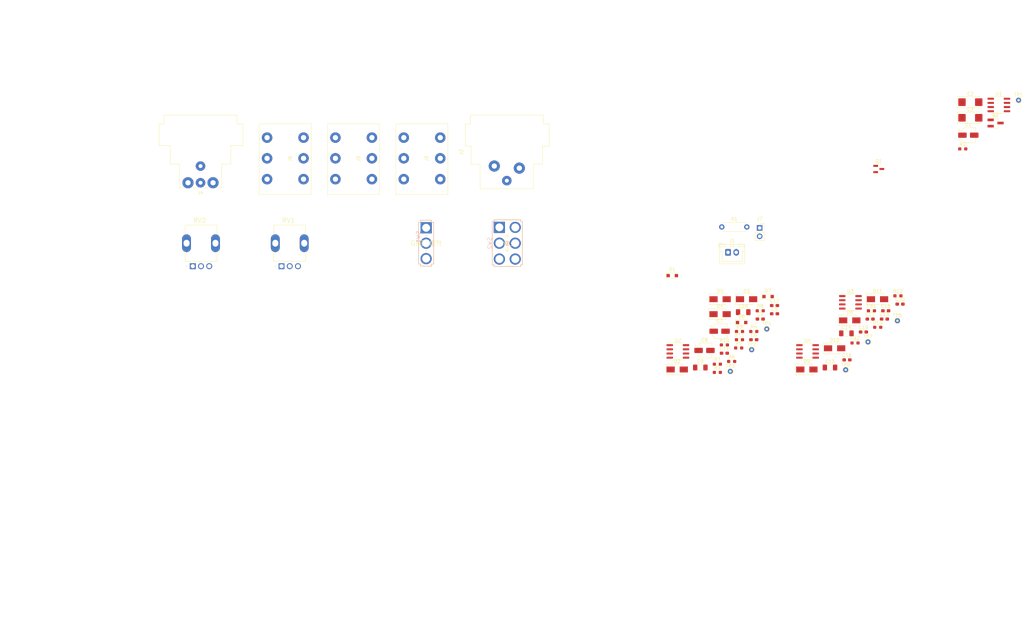
<source format=kicad_pcb>
(kicad_pcb (version 20211014) (generator pcbnew)
  (layers (0 "F.Cu" signal) (31 "B.Cu" signal) (34 "B.Paste" user) (35 "F.Paste" user) (36 "B.SilkS" user "B.Silkscreen") (37 "F.SilkS" user "F.Silkscreen") (38 "B.Mask" user) (39 "F.Mask" user) (44 "Edge.Cuts" user))
  (net 0 "")
  (net 1 "/+9V")
  (net 2 "/GND")
  (net 3 "Net-(C2-Pad1)")
  (net 4 "Net-(C2-Pad2)")
  (net 5 "Net-(C3-Pad2)")
  (net 6 "/Sig+")
  (net 7 "Net-(C4-Pad2)")
  (net 8 "/Sig-")
  (net 9 "/Preamp/InAC+")
  (net 10 "/Preamp/InAC-")
  (net 11 "Net-(C9-Pad1)")
  (net 12 "/Preamp/Rg2")
  (net 13 "Net-(C10-Pad1)")
  (net 14 "/PreOut")
  (net 15 "/-9V")
  (net 16 "Net-(C13-Pad1)")
  (net 17 "/Line Driver/LineOut+")
  (net 18 "Net-(C14-Pad1)")
  (net 19 "/Line Driver/LineOut-")
  (net 20 "/Out+")
  (net 21 "/Out-")
  (net 22 "Net-(D1-Pad2)")
  (net 23 "/Preamp/InPre+")
  (net 24 "/Preamp/InPre-")
  (net 25 "/Preamp/Rg1")
  (net 26 "/+9VIn")
  (net 27 "/InGND")
  (net 28 "/In+")
  (net 29 "/In-")
  (net 32 "/VolumeIn")
  (net 38 "/InstOut")
  (net 40 "/Phantom")
  (net 41 "Net-(Q2-Pad1)")
  (net 42 "Net-(R7-Pad2)")
  (net 43 "Net-(R10-Pad2)")
  (net 44 "Net-(R12-Pad1)")
  (net 45 "Net-(R13-Pad1)")
  (net 46 "Net-(R13-Pad2)")
  (net 47 "Net-(RV2-Pad2)")
  (footprint "Resistor_SMD:R_0603_1608Metric_Pad0.98x0.95mm_HandSolder" (layer "F.Cu") (at 285.18 49.68)
    (fp_text reference "R2" (at 0 -1.43) (layer "F.SilkS"))
    (fp_text value "2.2K")
    (pad "1" smd roundrect (at -0.9125 0) (size 0.975 0.95) (layers "F.Cu" "F.Paste" "F.Mask") (net 41 "Net-(Q2-Pad1)"))
    (pad "2" smd roundrect (at 0.9125 0) (size 0.975 0.95) (layers "F.Cu" "F.Paste" "F.Mask") (net 2 "/GND"))
  )
  (footprint "Resistor_SMD:R_0603_1608Metric_Pad0.98x0.95mm_HandSolder" (layer "F.Cu") (at 210.51 115.23)
    (fp_text reference "R7" (at 0 -1.43) (layer "F.SilkS"))
    (fp_text value "1.2k")
    (pad "1" smd roundrect (at -0.9125 0) (size 0.975 0.95) (layers "F.Cu" "F.Paste" "F.Mask") (net 23 "/Preamp/InPre+"))
    (pad "2" smd roundrect (at 0.9125 0) (size 0.975 0.95) (layers "F.Cu" "F.Paste" "F.Mask") (net 42 "Net-(R7-Pad2)"))
  )
  (footprint "Capacitor_SMD:C_0603_1608Metric_Pad1.08x0.95mm_HandSolder" (layer "F.Cu") (at 257 101.49)
    (fp_text reference "C17" (at 0 -1.43) (layer "F.SilkS"))
    (fp_text value "100n")
    (pad "1" smd roundrect (at -0.8625 0) (size 1.075 0.95) (layers "F.Cu" "F.Paste" "F.Mask") (net 2 "/GND"))
    (pad "2" smd roundrect (at 0.8625 0) (size 1.075 0.95) (layers "F.Cu" "F.Paste" "F.Mask") (net 1 "/+9V"))
  )
  (footprint "Resistor_SMD:R_0603_1608Metric_Pad0.98x0.95mm_HandSolder" (layer "F.Cu") (at 217.25 105.28)
    (fp_text reference "R5" (at 0 -1.43) (layer "F.SilkS"))
    (fp_text value "10")
    (pad "1" smd roundrect (at -0.9125 0) (size 0.975 0.95) (layers "F.Cu" "F.Paste" "F.Mask") (net 9 "/Preamp/InAC+"))
    (pad "2" smd roundrect (at 0.9125 0) (size 0.975 0.95) (layers "F.Cu" "F.Paste" "F.Mask") (net 23 "/Preamp/InPre+"))
  )
  (footprint "Package_TO_SOT_SMD:SOT-23" (layer "F.Cu") (at 259.62 55.8)
    (fp_text reference "Q1" (at 0 -2.4) (layer "F.SilkS"))
    (fp_text value "MMFTP3401")
    (pad "1" smd roundrect (at -0.9375 -0.95) (size 1.475 0.6) (layers "F.Cu" "F.Paste" "F.Mask") (net 22 "Net-(D1-Pad2)"))
    (pad "2" smd roundrect (at -0.9375 0.95) (size 1.475 0.6) (layers "F.Cu" "F.Paste" "F.Mask") (net 1 "/+9V"))
    (pad "3" smd roundrect (at 0.9375 0) (size 1.475 0.6) (layers "F.Cu" "F.Paste" "F.Mask") (net 26 "/+9VIn"))
  )
  (footprint "Connector_JST:JST_XH_B2B-XH-A_1x02_P2.50mm_Vertical" (layer "F.Cu") (at 213.76 81.18)
    (fp_text reference "J1" (at 1.25 -3.55) (layer "F.SilkS"))
    (fp_text value "+9v")
    (pad "1" thru_hole roundrect (at 0 0) (size 1.7 2) (drill 1) (layers *.Cu *.Mask) (roundrect_rratio 0.147059) (net 2 "/GND"))
    (pad "2" thru_hole oval (at 2.5 0) (size 1.7 2) (drill 1) (layers *.Cu *.Mask) (net 26 "/+9VIn"))
  )
  (footprint "Diode_SMD:D_SOD-323_HandSoldering" (layer "F.Cu") (at 196.8 88.27)
    (fp_text reference "D1" (at 0 -1.85) (layer "F.SilkS"))
    (fp_text value "1N4148")
    (pad "1" smd rect (at -1.25 0) (size 1 1) (layers "F.Cu" "F.Paste" "F.Mask") (net 1 "/+9V"))
    (pad "2" smd rect (at 1.25 0) (size 1 1) (layers "F.Cu" "F.Paste" "F.Mask") (net 22 "Net-(D1-Pad2)"))
  )
  (footprint "TestPoint:TestPoint_THTPad_D1.5mm_Drill0.7mm" (layer "F.Cu") (at 214.46 117.43)
    (fp_text reference "TP3" (at 0 -1.648) (layer "F.SilkS"))
    (fp_text value "1510_In+")
    (pad "1" thru_hole circle (at 0 0) (size 1.5 1.5) (drill 0.7) (layers *.Cu *.Mask) (net 23 "/Preamp/InPre+"))
  )
  (footprint "Resistor_SMD:R_0603_1608Metric_Pad0.98x0.95mm_HandSolder" (layer "F.Cu") (at 265.45 94.43)
    (fp_text reference "R12" (at 0 -1.43) (layer "F.SilkS"))
    (fp_text value "1k")
    (pad "1" smd roundrect (at -0.9125 0) (size 0.975 0.95) (layers "F.Cu" "F.Paste" "F.Mask") (net 44 "Net-(R12-Pad1)"))
    (pad "2" smd roundrect (at 0.9125 0) (size 0.975 0.95) (layers "F.Cu" "F.Paste" "F.Mask") (net 38 "/InstOut"))
  )
  (footprint "Diode_SMD:D_SMA" (layer "F.Cu") (at 219.4 95.45)
    (fp_text reference "D3" (at 0 -2.5) (layer "F.SilkS"))
    (fp_text value "FM4004-W")
    (pad "1" smd rect (at -2 0) (size 2.5 1.8) (layers "F.Cu" "F.Paste" "F.Mask") (net 1 "/+9V"))
    (pad "2" smd rect (at 2 0) (size 2.5 1.8) (layers "F.Cu" "F.Paste" "F.Mask") (net 24 "/Preamp/InPre-"))
  )
  (footprint "Resistor_SMD:R_0603_1608Metric_Pad0.98x0.95mm_HandSolder" (layer "F.Cu") (at 214.86 114.4)
    (fp_text reference "R6" (at 0 -1.43) (layer "F.SilkS"))
    (fp_text value "10")
    (pad "1" smd roundrect (at -0.9125 0) (size 0.975 0.95) (layers "F.Cu" "F.Paste" "F.Mask") (net 10 "/Preamp/InAC-"))
    (pad "2" smd roundrect (at 0.9125 0) (size 0.975 0.95) (layers "F.Cu" "F.Paste" "F.Mask") (net 24 "/Preamp/InPre-"))
  )
  (footprint "Capacitor_SMD:C_0603_1608Metric_Pad1.08x0.95mm_HandSolder" (layer "F.Cu") (at 221.6 107.79)
    (fp_text reference "C6" (at 0 -1.43) (layer "F.SilkS"))
    (fp_text value "47p")
    (pad "1" smd roundrect (at -0.8625 0) (size 1.075 0.95) (layers "F.Cu" "F.Paste" "F.Mask") (net 7 "Net-(C4-Pad2)"))
    (pad "2" smd roundrect (at 0.8625 0) (size 1.075 0.95) (layers "F.Cu" "F.Paste" "F.Mask") (net 2 "/GND"))
  )
  (footprint "Resistor_SMD:R_0603_1608Metric_Pad0.98x0.95mm_HandSolder" (layer "F.Cu") (at 217 110.3)
    (fp_text reference "R9" (at 0 -1.43) (layer "F.SilkS"))
    (fp_text value "22k")
    (pad "1" smd roundrect (at -0.9125 0) (size 0.975 0.95) (layers "F.Cu" "F.Paste" "F.Mask") (net 42 "Net-(R7-Pad2)"))
    (pad "2" smd roundrect (at 0.9125 0) (size 0.975 0.95) (layers "F.Cu" "F.Paste" "F.Mask") (net 2 "/GND"))
  )
  (footprint "TestPoint:TestPoint_THTPad_D1.5mm_Drill0.7mm" (layer "F.Cu") (at 302.17 34.85)
    (fp_text reference "TP1" (at 0 -1.648) (layer "F.SilkS"))
    (fp_text value "-9V")
    (pad "1" thru_hole circle (at 0 0) (size 1.5 1.5) (drill 0.7) (layers *.Cu *.Mask) (net 15 "/-9V"))
  )
  (footprint "Capacitor_SMD:C_0603_1608Metric_Pad1.08x0.95mm_HandSolder" (layer "F.Cu") (at 266.1 96.94)
    (fp_text reference "C20" (at 0 -1.43) (layer "F.SilkS"))
    (fp_text value "100n")
    (pad "1" smd roundrect (at -0.8625 0) (size 1.075 0.95) (layers "F.Cu" "F.Paste" "F.Mask") (net 2 "/GND"))
    (pad "2" smd roundrect (at 0.8625 0) (size 1.075 0.95) (layers "F.Cu" "F.Paste" "F.Mask") (net 15 "/-9V"))
  )
  (footprint "TestPoint:TestPoint_THTPad_D1.5mm_Drill0.7mm" (layer "F.Cu") (at 225.55 104.52)
    (fp_text reference "TP4" (at 0 -1.648) (layer "F.SilkS"))
    (fp_text value "1510_In-")
    (pad "1" thru_hole circle (at 0 0) (size 1.5 1.5) (drill 0.7) (layers *.Cu *.Mask) (net 24 "/Preamp/InPre-"))
  )
  (footprint "Diode_SMD:D_SMA" (layer "F.Cu") (at 246.2 110.4)
    (fp_text reference "D10" (at 0 -2.5) (layer "F.SilkS"))
    (fp_text value "FM4004-W")
    (pad "1" smd rect (at -2 0) (size 2.5 1.8) (layers "F.Cu" "F.Paste" "F.Mask") (net 17 "/Line Driver/LineOut+"))
    (pad "2" smd rect (at 2 0) (size 2.5 1.8) (layers "F.Cu" "F.Paste" "F.Mask") (net 15 "/-9V"))
  )
  (footprint "switches:SPDT.LUGS" (layer "F.Cu") (at 121.9 78.4)
    (fp_text reference "SW1" (at -3.048 0 270) (layer "B.SilkS") (effects (font (size 1.2065 1.2065) (thickness 0.127)) (justify right top mirror)))
    (fp_text value "GND Lift" (at 0 0) (layer "F.SilkS") (effects (font (size 1.524 1.524))))
    (fp_text user "SWITCH" (at 2.032 0 270) (layer "B.SilkS") (effects (font (size 0.38608 0.38608) (thickness 0.032512)) (justify mirror)))
    (fp_text user "SOLDER" (at 2.032 0 90) (layer "F.SilkS") (effects (font (size 0.38608 0.38608) (thickness 0.032512))))
    (pad "1" thru_hole rect locked (at 0 -4.699) (size 3.416 3.416) (drill 2.4) (layers *.Cu *.Mask) (net 2 "/GND"))
    (pad "2" thru_hole oval locked (at 0 0) (size 3.416 3.416) (drill 2.4) (layers *.Cu *.Mask) (net 27 "/InGND"))
    (pad "3" thru_hole oval locked (at 0 4.699) (size 3.416 3.416) (drill 2.4) (layers *.Cu *.Mask))
  )
  (footprint "Package_SO:SOIC-8_3.9x4.9mm_P1.27mm" (layer "F.Cu") (at 198.5 111.35)
    (fp_text reference "U2" (at 0 -3.4) (layer "F.SilkS"))
    (fp_text value "THAT1510")
    (pad "1" smd roundrect (at -2.475 -1.905) (size 1.95 0.6) (layers "F.Cu" "F.Paste" "F.Mask") (net 25 "/Preamp/Rg1"))
    (pad "2" smd roundrect (at -2.475 -0.635) (size 1.95 0.6) (layers "F.Cu" "F.Paste" "F.Mask") (net 23 "/Preamp/InPre+"))
    (pad "3" smd roundrect (at -2.475 0.635) (size 1.95 0.6) (layers "F.Cu" "F.Paste" "F.Mask") (net 24 "/Preamp/InPre-"))
    (pad "4" smd roundrect (at -2.475 1.905) (size 1.95 0.6) (layers "F.Cu" "F.Paste" "F.Mask") (net 15 "/-9V"))
    (pad "5" smd roundrect (at 2.475 1.905) (size 1.95 0.6) (layers "F.Cu" "F.Paste" "F.Mask") (net 2 "/GND"))
    (pad "6" smd roundrect (at 2.475 0.635) (size 1.95 0.6) (layers "F.Cu" "F.Paste" "F.Mask") (net 13 "Net-(C10-Pad1)"))
    (pad "7" smd roundrect (at 2.475 -0.635) (size 1.95 0.6) (layers "F.Cu" "F.Paste" "F.Mask") (net 1 "/+9V"))
    (pad "8" smd roundrect (at 2.475 -1.905) (size 1.95 0.6) (layers "F.Cu" "F.Paste" "F.Mask") (net 12 "/Preamp/Rg2"))
  )
  (footprint "Diode_SMD:D_SMA" (layer "F.Cu") (at 211.35 95.45)
    (fp_text reference "D5" (at 0 -2.5) (layer "F.SilkS"))
    (fp_text value "FM4004-W")
    (pad "1" smd rect (at -2 0) (size 2.5 1.8) (layers "F.Cu" "F.Paste" "F.Mask") (net 24 "/Preamp/InPre-"))
    (pad "2" smd rect (at 2 0) (size 2.5 1.8) (layers "F.Cu" "F.Paste" "F.Mask") (net 15 "/-9V"))
  )
  (footprint "Connector_Audio:Jack_XLR_Neutrik_NC3FAH-0_Horizontal" (layer "F.Cu") (at 142.64 54.9 90)
    (fp_text reference "J2" (at 4.3 -10 90) (layer "F.SilkS"))
    (fp_text value "In")
    (pad "" np_thru_hole circle (at 8.89 0 90) (size 1.6 1.6) (drill 1.6) (layers *.Cu *.Mask))
    (pad "" np_thru_hole circle (at 3.81 7.62 90) (size 1.6 1.6) (drill 1.6) (layers *.Cu *.Mask))
    (pad "1" thru_hole circle (at 0 0 90) (size 3.4 3.4) (drill 1.6) (layers *.Cu *.Mask) (net 27 "/InGND"))
    (pad "2" thru_hole circle (at -0.635 7.62 90) (size 3.4 3.4) (drill 1.6) (layers *.Cu *.Mask) (net 28 "/In+"))
    (pad "3" thru_hole circle (at -4.45 3.81 90) (size 2.9 2.9) (drill 1.2) (layers *.Cu *.Mask) (net 29 "/In-"))
  )
  (footprint "Package_SO:SOIC-8_3.9x4.9mm_P1.27mm" (layer "F.Cu") (at 296.17 36.3)
    (fp_text reference "U1" (at 0 -3.4) (layer "F.SilkS"))
    (fp_text value "LT1054")
    (pad "1" smd roundrect (at -2.475 -1.905) (size 1.95 0.6) (layers "F.Cu" "F.Paste" "F.Mask"))
    (pad "2" smd roundrect (at -2.475 -0.635) (size 1.95 0.6) (layers "F.Cu" "F.Paste" "F.Mask") (net 3 "Net-(C2-Pad1)"))
    (pad "3" smd roundrect (at -2.475 0.635) (size 1.95 0.6) (layers "F.Cu" "F.Paste" "F.Mask") (net 2 "/GND"))
    (pad "4" smd roundrect (at -2.475 1.905) (size 1.95 0.6) (layers "F.Cu" "F.Paste" "F.Mask") (net 4 "Net-(C2-Pad2)"))
    (pad "5" smd roundrect (at 2.475 1.905) (size 1.95 0.6) (layers "F.Cu" "F.Paste" "F.Mask") (net 5 "Net-(C3-Pad2)"))
    (pad "6" smd roundrect (at 2.475 0.635) (size 1.95 0.6) (layers "F.Cu" "F.Paste" "F.Mask"))
    (pad "7" smd roundrect (at 2.475 -0.635) (size 1.95 0.6) (layers "F.Cu" "F.Paste" "F.Mask"))
    (pad "8" smd roundrect (at 2.475 -1.905) (size 1.95 0.6) (layers "F.Cu" "F.Paste" "F.Mask") (net 1 "/+9V"))
  )
  (footprint "TestPoint:TestPoint_THTPad_D1.5mm_Drill0.7mm" (layer "F.Cu") (at 256.35 108.46)
    (fp_text reference "TP7" (at 0 -1.648) (layer "F.SilkS"))
    (fp_text value "1646_Out-")
    (pad "1" thru_hole circle (at 0 0) (size 1.5 1.5) (drill 0.7) (layers *.Cu *.Mask) (net 19 "/Line Driver/LineOut-"))
  )
  (footprint "tayda-6mm35-jack-pcb-compact:tayda-6mm35-jack-pcb-compact" (layer "F.Cu") (at 101.2 42.05 90)
    (fp_text reference "J5" (at -10.6 0.1 90 unlocked) (layer "F.SilkS"))
    (fp_text value "Snd")
    (pad "R" thru_hole circle (at -10.5 -6.9 90) (size 3.2 3.2) (drill 1.6) (layers *.Cu *.Mask))
    (pad "RN" thru_hole circle (at -10.5 4.2 90) (size 3.2 3.2) (drill 1.6) (layers *.Cu *.Mask))
    (pad "S" thru_hole circle (at -4.2 4.2 90) (size 3.2 3.2) (drill 1.6) (layers *.Cu *.Mask) (net 2 "/GND"))
    (pad "S" thru_hole circle (at -4.2 -6.9 90) (size 3.2 3.2) (drill 1.6) (layers *.Cu *.Mask) (net 2 "/GND"))
    (pad "T" thru_hole circle (at -16.85 -6.9 90) (size 3.2 3.2) (drill 1.6) (layers *.Cu *.Mask) (net 14 "/PreOut"))
    (pad "TN" thru_hole circle (at -16.85 4.2 90) (size 3.2 3.2) (drill 1.6) (layers *.Cu *.Mask))
  )
  (footprint "Package_TO_SOT_SMD:SOT-23_Handsoldering" (layer "F.Cu") (at 295.17 41.8)
    (fp_text reference "Q2" (at 0 -2.5) (layer "F.SilkS"))
    (fp_text value "FMMT619")
    (pad "1" smd rect (at -1.5 -0.95) (size 1.9 0.8) (layers "F.Cu" "F.Paste" "F.Mask") (net 41 "Net-(Q2-Pad1)"))
    (pad "2" smd rect (at -1.5 0.95) (size 1.9 0.8) (layers "F.Cu" "F.Paste" "F.Mask") (net 5 "Net-(C3-Pad2)"))
    (pad "3" smd rect (at 1.5 0) (size 1.9 0.8) (layers "F.Cu" "F.Paste" "F.Mask") (net 15 "/-9V"))
  )
  (footprint "tayda-6mm35-jack-pcb-compact:tayda-6mm35-jack-pcb-compact" (layer "F.Cu") (at 80.4 42.05 90)
    (fp_text reference "J6" (at -10.6 0.1 90 unlocked) (layer "F.SilkS"))
    (fp_text value "Out")
    (pad "R" thru_hole circle (at -10.5 -6.9 90) (size 3.2 3.2) (drill 1.6) (layers *.Cu *.Mask))
    (pad "RN" thru_hole circle (at -10.5 4.2 90) (size 3.2 3.2) (drill 1.6) (layers *.Cu *.Mask))
    (pad "S" thru_hole circle (at -4.2 -6.9 90) (size 3.2 3.2) (drill 1.6) (layers *.Cu *.Mask) (net 2 "/GND"))
    (pad "S" thru_hole circle (at -4.2 4.2 90) (size 3.2 3.2) (drill 1.6) (layers *.Cu *.Mask) (net 2 "/GND"))
    (pad "T" thru_hole circle (at -16.85 -6.9 90) (size 3.2 3.2) (drill 1.6) (layers *.Cu *.Mask) (net 38 "/InstOut"))
    (pad "TN" thru_hole circle (at -16.85 4.2 90) (size 3.2 3.2) (drill 1.6) (layers *.Cu *.Mask))
  )
  (footprint "Diode_SMD:D_SMA" (layer "F.Cu") (at 250.8 101.9)
    (fp_text reference "D8" (at 0 -2.5) (layer "F.SilkS"))
    (fp_text value "FM4004-W")
    (pad "1" smd rect (at -2 0) (size 2.5 1.8) (layers "F.Cu" "F.Paste" "F.Mask") (net 1 "/+9V"))
    (pad "2" smd rect (at 2 0) (size 2.5 1.8) (layers "F.Cu" "F.Paste" "F.Mask") (net 17 "/Line Driver/LineOut+"))
  )
  (footprint "Capacitor_SMD:C_1206_3216Metric_Pad1.33x1.80mm_HandSolder" (layer "F.Cu") (at 249.78 105.85)
    (fp_text reference "C14" (at 0 -1.85) (layer "F.SilkS"))
    (fp_text value "10u")
    (pad "1" smd roundrect (at -1.5625 0) (size 1.325 1.8) (layers "F.Cu" "F.Paste" "F.Mask") (roundrect_rratio 0.188679) (net 18 "Net-(C14-Pad1)"))
    (pad "2" smd roundrect (at 1.5625 0) (size 1.325 1.8) (layers "F.Cu" "F.Paste" "F.Mask") (roundrect_rratio 0.188679) (net 19 "/Line Driver/LineOut-"))
  )
  (footprint "Diode_SMD:D_SOD-323_HandSoldering" (layer "F.Cu") (at 217.9 102.55)
    (fp_text reference "D6" (at 0 -1.85) (layer "F.SilkS"))
    (fp_text value "1N4148")
    (pad "1" smd rect (at -1.25 0) (size 1 1) (layers "F.Cu" "F.Paste" "F.Mask") (net 23 "/Preamp/InPre+"))
    (pad "2" smd rect (at 1.25 0) (size 1 1) (layers "F.Cu" "F.Paste" "F.Mask") (net 25 "/Preamp/Rg1"))
  )
  (footprint "TestPoint:TestPoint_THTPad_D1.5mm_Drill0.7mm" (layer "F.Cu") (at 220.95 110.82)
    (fp_text reference "TP2" (at 0 -1.648) (layer "F.SilkS"))
    (fp_text value "1510_Out")
    (pad "1" thru_hole circle (at 0 0) (size 1.5 1.5) (drill 0.7) (layers *.Cu *.Mask) (net 13 "Net-(C10-Pad1)"))
  )
  (footprint "Capacitor_SMD:C_1206_3216Metric_Pad1.33x1.80mm_HandSolder" (layer "F.Cu") (at 205.33 116.25)
    (fp_text reference "C9" (at 0 -1.85) (layer "F.SilkS"))
    (fp_text value "3.3u")
    (pad "1" smd roundrect (at -1.5625 0) (size 1.325 1.8) (layers "F.Cu" "F.Paste" "F.Mask") (roundrect_rratio 0.188679) (net 11 "Net-(C9-Pad1)"))
    (pad "2" smd roundrect (at 1.5625 0) (size 1.325 1.8) (layers "F.Cu" "F.Paste" "F.Mask") (roundrect_rratio 0.188679) (net 12 "/Preamp/Rg2"))
  )
  (footprint "Capacitor_SMD:C_0603_1608Metric_Pad1.08x0.95mm_HandSolder" (layer "F.Cu") (at 249.96 113.93)
    (fp_text reference "C16" (at 0 -1.43) (layer "F.SilkS"))
    (fp_text value "100n")
    (pad "1" smd roundrect (at -0.8625 0) (size 1.075 0.95) (layers "F.Cu" "F.Paste" "F.Mask") (net 21 "/Out-"))
    (pad "2" smd roundrect (at 0.8625 0) (size 1.075 0.95) (layers "F.Cu" "F.Paste" "F.Mask") (net 2 "/GND"))
  )
  (footprint "Capacitor_SMD:CP_Elec_4x5.4" (layer "F.Cu") (at 286.88 45.5)
    (fp_text reference "C1" (at 0 -3.2) (layer "F.SilkS"))
    (fp_text value "2.2u")
    (pad "1" smd roundrect (at -1.8 0) (size 2.6 1.6) (layers "F.Cu" "F.Paste" "F.Mask") (roundrect_rratio 0.15625) (net 1 "/+9V"))
    (pad "2" smd roundrect (at 1.8 0) (size 2.6 1.6) (layers "F.Cu" "F.Paste" "F.Mask") (roundrect_rratio 0.15625) (net 2 "/GND"))
  )
  (footprint "Resistor_SMD:R_0603_1608Metric_Pad0.98x0.95mm_HandSolder" (layer "F.Cu") (at 223.56 98.98)
    (fp_text reference "R8" (at 0 -1.43) (layer "F.SilkS"))
    (fp_text value "1.2k")
    (pad "1" smd roundrect (at -0.9125 0) (size 0.975 0.95) (layers "F.Cu" "F.Paste" "F.Mask") (net 42 "Net-(R7-Pad2)"))
    (pad "2" smd roundrect (at 0.9125 0) (size 0.975 0.95) (layers "F.Cu" "F.Paste" "F.Mask") (net 24 "/Preamp/InPre-"))
  )
  (footprint "Capacitor_SMD:C_1206_3216Metric_Pad1.33x1.80mm_HandSolder" (layer "F.Cu") (at 244.78 116.25)
    (fp_text reference "C13" (at 0 -1.85) (layer "F.SilkS"))
    (fp_text value "10u")
    (pad "1" smd roundrect (at -1.5625 0) (size 1.325 1.8) (layers "F.Cu" "F.Paste" "F.Mask") (roundrect_rratio 0.188679) (net 16 "Net-(C13-Pad1)"))
    (pad "2" smd roundrect (at 1.5625 0) (size 1.325 1.8) (layers "F.Cu" "F.Paste" "F.Mask") (roundrect_rratio 0.188679) (net 17 "/Line Driver/LineOut+"))
  )
  (footprint "R0904NB10KL-25KQ:V3_TRIM_R0904NB10KL-Keepout" (layer "F.Cu") (at 53.4 78.4)
    (fp_text reference "RV2" (at -0.405 -6.939) (layer "F.SilkS") (effects (font (size 1.4 1.4))))
    (fp_text value "A20K")
    (pad "0" thru_hole oval (at 4.4 0) (size 2.7 5.4) (drill oval 1.8 2.1) (layers *.Cu *.Mask) (net 2 "/GND"))
    (pad "0" thru_hole oval (at -4.4 0) (size 2.7 5.4) (drill oval 1.8 2.1) (layers *.Cu *.Mask) (net 2 "/GND"))
    (pad "1" thru_hole rect (at -2.5 7) (size 1.8 1.8) (drill 1.2) (layers *.Cu *.Mask) (net 2 "/GND"))
    (pad "2" thru_hole circle (at 0 7) (size 1.8 1.8) (drill 1.2) (layers *.Cu *.Mask) (net 47 "Net-(RV2-Pad2)"))
    (pad "3" thru_hole circle (at 2.5 7) (size 1.8 1.8) (drill 1.2) (layers *.Cu *.Mask) (net 32 "/VolumeIn"))
  )
  (footprint "TestPoint:TestPoint_THTPad_D1.5mm_Drill0.7mm" (layer "F.Cu") (at 249.56 116.96)
    (fp_text reference "TP6" (at 0 -1.648) (layer "F.SilkS"))
    (fp_text value "1646_Out+")
    (pad "1" thru_hole circle (at 0 0) (size 1.5 1.5) (drill 0.7) (layers *.Cu *.Mask) (net 17 "/Line Driver/LineOut+"))
  )
  (footprint "Capacitor_SMD:CP_Elec_4x5.4" (layer "F.Cu") (at 206.6 111.05)
    (fp_text reference "C8" (at 0 -3.2) (layer "F.SilkS"))
    (fp_text value "22u")
    (pad "1" smd roundrect (at -1.8 0) (size 2.6 1.6) (layers "F.Cu" "F.Paste" "F.Mask") (roundrect_rratio 0.15625) (net 8 "/Sig-"))
    (pad "2" smd roundrect (at 1.8 0) (size 2.6 1.6) (layers "F.Cu" "F.Paste" "F.Mask") (roundrect_rratio 0.15625) (net 10 "/Preamp/InAC-"))
  )
  (footprint "Capacitor_SMD:CP_Elec_4x5.4" (layer "F.Cu") (at 211.2 105.2)
    (fp_text reference "C7" (at 0 -3.2) (layer "F.SilkS"))
    (fp_text value "22u")
    (pad "1" smd roundrect (at -1.8 0) (size 2.6 1.6) (layers "F.Cu" "F.Paste" "F.Mask") (roundrect_rratio 0.15625) (net 6 "/Sig+"))
    (pad "2" smd roundrect (at 1.8 0) (size 2.6 1.6) (layers "F.Cu" "F.Paste" "F.Mask") (roundrect_rratio 0.15625) (net 9 "/Preamp/InAC+"))
  )
  (footprint "Capacitor_SMD:C_0603_1608Metric_Pad1.08x0.95mm_HandSolder" (layer "F.Cu") (at 254.96 105.43)
    (fp_text reference "C19" (at 0 -1.43) (layer "F.SilkS"))
    (fp_text value "100n")
    (pad "1" smd roundrect (at -0.8625 0) (size 1.075 0.95) (layers "F.Cu" "F.Paste" "F.Mask") (net 2 "/GND"))
    (pad "2" smd roundrect (at 0.8625 0) (size 1.075 0.95) (layers "F.Cu" "F.Paste" "F.Mask") (net 15 "/-9V"))
  )
  (footprint "R0904NB10KL-25KQ:V3_TRIM_R0904NB10KL-Keepout" (layer "F.Cu") (at 80.4 78.4)
    (fp_text reference "RV1" (at -0.405 -6.939) (layer "F.SilkS") (effects (font (size 1.4 1.4))))
    (fp_text value "W20K")
    (pad "0" thru_hole oval (at 4.4 0) (size 2.7 5.4) (drill oval 1.8 2.1) (layers *.Cu *.Mask) (net 2 "/GND"))
    (pad "0" thru_hole oval (at -4.4 0) (size 2.7 5.4) (drill oval 1.8 2.1) (layers *.Cu *.Mask) (net 2 "/GND"))
    (pad "1" thru_hole rect (at -2.5 7) (size 1.8 1.8) (drill 1.2) (layers *.Cu *.Mask) (net 25 "/Preamp/Rg1"))
    (pad "2" thru_hole circle (at 0 7) (size 1.8 1.8) (drill 1.2) (layers *.Cu *.Mask) (net 25 "/Preamp/Rg1"))
    (pad "3" thru_hole circle (at 2.5 7) (size 1.8 1.8) (drill 1.2) (layers *.Cu *.Mask) (net 43 "Net-(R10-Pad2)"))
  )
  (footprint "Capacitor_Tantalum_SMD:CP_EIA-6032-28_Kemet-C_Pad2.25x2.35mm_HandSolder" (layer "F.Cu") (at 287.5 35.45)
    (fp_text reference "C2" (at 0 -2.55) (layer "F.SilkS"))
    (fp_text value "10u")
    (pad "1" smd roundrect (at -2.55 0) (size 2.25 2.35) (layers "F.Cu" "F.Paste" "F.Mask") (roundrect_rratio 0.111111) (net 3 "Net-(C2-Pad1)"))
    (pad "2" smd roundrect (at 2.55 0) (size 2.25 2.35) (layers "F.Cu" "F.Paste" "F.Mask") (roundrect_rratio 0.111111) (net 4 "Net-(C2-Pad2)"))
  )
  (footprint "Diode_SMD:D_SMA" (layer "F.Cu") (at 237.75 116.85)
    (fp_text reference "D9" (at 0 -2.5) (layer "F.SilkS"))
    (fp_text value "FM4004-W")
    (pad "1" smd rect (at -2 0) (size 2.5 1.8) (layers "F.Cu" "F.Paste" "F.Mask") (net 1 "/+9V"))
    (pad "2" smd rect (at 2 0) (size 2.5 1.8) (layers "F.Cu" "F.Paste" "F.Mask") (net 19 "/Line Driver/LineOut-"))
  )
  (footprint "Connector_Audio:Jack_XLR_Neutrik_NC3MAH-0_Horizontal" (layer "F.Cu") (at 57.06 59.99 180)
    (fp_text reference "J4" (at 3.81 -3) (layer "F.SilkS"))
    (fp_text value "Out")
    (pad "" np_thru_hole circle (at 0 8.89 180) (size 1.6 1.6) (drill 1.6) (layers *.Cu *.Mask))
    (pad "" np_thru_hole circle (at 7.62 13.97 180) (size 1.6 1.6) (drill 1.6) (layers *.Cu *.Mask))
    (pad "1" thru_hole circle (at 0 0 180) (size 3.4 3.4) (drill 1.6) (layers *.Cu *.Mask) (net 2 "/GND"))
    (pad "2" thru_hole circle (at 7.62 0 180) (size 3.4 3.4) (drill 1.6) (layers *.Cu *.Mask) (net 20 "/Out+"))
    (pad "3" thru_hole circle (at 3.81 0 180) (size 2.9 2.9) (drill 1.2) (layers *.Cu *.Mask) (net 21 "/Out-"))
    (pad "G" thru_hole circle (at 3.81 5.08 180) (size 2.9 2.9) (drill 1.2) (layers *.Cu *.Mask) (net 2 "/GND"))
  )
  (footprint "Resistor_SMD:R_0603_1608Metric_Pad0.98x0.95mm_HandSolder" (layer "F.Cu") (at 252.4 108.78)
    (fp_text reference "FB2" (at 0 -1.43) (layer "F.SilkS"))
    (fp_text value "FerriteBead")
    (pad "1" smd roundrect (at -0.9125 0) (size 0.975 0.95) (layers "F.Cu" "F.Paste" "F.Mask") (net 19 "/Line Driver/LineOut-"))
    (pad "2" smd roundrect (at 0.9125 0) (size 0.975 0.95) (layers "F.Cu" "F.Paste" "F.Mask") (net 21 "/Out-"))
  )
  (footprint "Resistor_SMD:R_0603_1608Metric_Pad0.98x0.95mm_HandSolder" (layer "F.Cu") (at 221.6 105.28)
    (fp_text reference "R4" (at 0 -1.43) (layer "F.SilkS"))
    (fp_text value "6.8k")
    (pad "1" smd roundrect (at -0.9125 0) (size 0.975 0.95) (layers "F.Cu" "F.Paste" "F.Mask") (net 40 "/Phantom"))
    (pad "2" smd roundrect (at 0.9125 0) (size 0.975 0.95) (layers "F.Cu" "F.Paste" "F.Mask") (net 8 "/Sig-"))
  )
  (footprint "Capacitor_SMD:C_0603_1608Metric_Pad1.08x0.95mm_HandSolder" (layer "F.Cu") (at 227.91 97.38)
    (fp_text reference "C12" (at 0 -1.43) (layer "F.SilkS"))
    (fp_text value "100n")
    (pad "1" smd roundrect (at -0.8625 0) (size 1.075 0.95) (layers "F.Cu" "F.Paste" "F.Mask") (net 2 "/GND"))
    (pad "2" smd roundrect (at 0.8625 0) (size 1.075 0.95) (layers "F.Cu" "F.Paste" "F.Mask") (net 15 "/-9V"))
  )
  (footprint "Connector_PinSocket_2.54mm:PinSocket_1x02_P2.54mm_Vertical" (layer "F.Cu") (at 223.38 73.75)
    (fp_text reference "J7" (at 0 -2.77) (layer "F.SilkS"))
    (fp_text value "Conn_01x02")
    (pad "1" thru_hole rect (at 0 0) (size 1.7 1.7) (drill 1) (layers *.Cu *.Mask) (net 2 "/GND"))
    (pad "2" thru_hole oval (at 0 2.54) (size 1.7 1.7) (drill 1) (layers *.Cu *.Mask) (net 40 "/Phantom"))
  )
  (footprint "Diode_SMD:D_SMA" (layer "F.Cu") (at 198.3 116.85)
    (fp_text reference "D2" (at 0 -2.5) (layer "F.SilkS"))
    (fp_text value "FM4004-W")
    (pad "1" smd rect (at -2 0) (size 2.5 1.8) (layers "F.Cu" "F.Paste" "F.Mask") (net 1 "/+9V"))
    (pad "2" smd rect (at 2 0) (size 2.5 1.8) (layers "F.Cu" "F.Paste" "F.Mask") (net 23 "/Preamp/InPre+"))
  )
  (footprint "Capacitor_SMD:C_0603_1608Metric_Pad1.08x0.95mm_HandSolder" (layer "F.Cu") (at 212.65 111.89)
    (fp_text reference "C11" (at 0 -1.43) (layer "F.SilkS"))
    (fp_text value "100n")
    (pad "1" smd roundrect (at -0.8625 0) (size 1.075 0.95) (layers "F.Cu" "F.Paste" "F.Mask") (net 2 "/GND"))
    (pad "2" smd roundrect (at 0.8625 0) (size 1.075 0.95) (layers "F.Cu" "F.Paste" "F.Mask") (net 1 "/+9V"))
  )
  (footprint "Resistor_SMD:R_0603_1608Metric_Pad0.98x0.95mm_HandSolder" (layer "F.Cu") (at 212.65 109.38)
    (fp_text reference "R10" (at 0 -1.43) (layer "F.SilkS"))
    (fp_text value "10")
    (pad "1" smd roundrect (at -0.9125 0) (size 0.975 0.95) (layers "F.Cu" "F.Paste" "F.Mask") (net 11 "Net-(C9-Pad1)"))
    (pad "2" smd roundrect (at 0.9125 0) (size 0.975 0.95) (layers "F.Cu" "F.Paste" "F.Mask") (net 43 "Net-(R10-Pad2)"))
  )
  (footprint "Capacitor_SMD:C_0603_1608Metric_Pad1.08x0.95mm_HandSolder" (layer "F.Cu") (at 261.35 101.49)
    (fp_text reference "C15" (at 0 -1.43) (layer "F.SilkS"))
    (fp_text value "100n")
    (pad "1" smd roundrect (at -0.8625 0) (size 1.075 0.95) (layers "F.Cu" "F.Paste" "F.Mask") (net 2 "/GND"))
    (pad "2" smd roundrect (at 0.8625 0) (size 1.075 0.95) (layers "F.Cu" "F.Paste" "F.Mask") (net 20 "/Out+"))
  )
  (footprint "Capacitor_SMD:C_0603_1608Metric_Pad1.08x0.95mm_HandSolder" (layer "F.Cu") (at 223.56 101.49)
    (fp_text reference "C4" (at 0 -1.43) (layer "F.SilkS"))
    (fp_text value "470p")
    (pad "1" smd roundrect (at -0.8625 0) (size 1.075 0.95) (layers "F.Cu" "F.Paste" "F.Mask") (net 6 "/Sig+"))
    (pad "2" smd roundrect (at 0.8625 0) (size 1.075 0.95) (layers "F.Cu" "F.Paste" "F.Mask") (net 7 "Net-(C4-Pad2)"))
  )
  (footprint "Resistor_SMD:R_0603_1608Metric_Pad0.98x0.95mm_HandSolder" (layer "F.Cu") (at 217.25 107.79)
    (fp_text reference "R11" (at 0 -1.43) (layer "F.SilkS"))
    (fp_text value "10k")
    (pad "1" smd roundrect (at -0.9125 0) (size 0.975 0.95) (layers "F.Cu" "F.Paste" "F.Mask") (net 14 "/PreOut"))
    (pad "2" smd roundrect (at 0.9125 0) (size 0.975 0.95) (layers "F.Cu" "F.Paste" "F.Mask") (net 2 "/GND"))
  )
  (footprint "Package_SO:SOIC-8_3.9x4.9mm_P1.27mm" (layer "F.Cu") (at 237.95 111.35)
    (fp_text reference "U4" (at 0 -3.4) (layer "F.SilkS"))
    (fp_text value "THAT1646")
    (pad "1" smd roundrect (at -2.475 -1.905) (size 1.95 0.6) (layers "F.Cu" "F.Paste" "F.Mask") (net 19 "/Line Driver/LineOut-"))
    (pad "2" smd roundrect (at -2.475 -0.635) (size 1.95 0.6) (layers "F.Cu" "F.Paste" "F.Mask") (net 18 "Net-(C14-Pad1)"))
    (pad "3" smd roundrect (at -2.475 0.635) (size 1.95 0.6) (layers "F.Cu" "F.Paste" "F.Mask") (net 2 "/GND"))
    (pad "4" smd roundrect (at -2.475 1.905) (size 1.95 0.6) (layers "F.Cu" "F.Paste" "F.Mask") (net 46 "Net-(R13-Pad2)"))
    (pad "5" smd roundrect (at 2.475 1.905) (size 1.95 0.6) (layers "F.Cu" "F.Paste" "F.Mask") (net 15 "/-9V"))
    (pad "6" smd roundrect (at 2.475 0.635) (size 1.95 0.6) (layers "F.Cu" "F.Paste" "F.Mask") (net 1 "/+9V"))
    (pad "7" smd roundrect (at 2.475 -0.635) (size 1.95 0.6) (layers "F.Cu" "F.Paste" "F.Mask") (net 16 "Net-(C13-Pad1)"))
    (pad "8" smd roundrect (at 2.475 -1.905) (size 1.95 0.6) (layers "F.Cu" "F.Paste" "F.Mask") (net 17 "/Line Driver/LineOut+"))
  )
  (footprint "Capacitor_SMD:C_0603_1608Metric_Pad1.08x0.95mm_HandSolder" (layer "F.Cu") (at 261.75 98.98)
    (fp_text reference "C18" (at 0 -1.43) (layer "F.SilkS"))
    (fp_text value "100n")
    (pad "1" smd roundrect (at -0.8625 0) (size 1.075 0.95) (layers "F.Cu" "F.Paste" "F.Mask") (net 2 "/GND"))
    (pad "2" smd roundrect (at 0.8625 0) (size 1.075 0.95) (layers "F.Cu" "F.Paste" "F.Mask") (net 1 "/+9V"))
  )
  (footprint "Diode_SMD:D_SOD-323_HandSoldering" (layer "F.Cu") (at 225.95 94.65)
    (fp_text reference "D7" (at 0 -1.85) (layer "F.SilkS"))
    (fp_text value "1N4148")
    (pad "1" smd rect (at -1.25 0) (size 1 1) (layers "F.Cu" "F.Paste" "F.Mask") (net 24 "/Preamp/InPre-"))
    (pad "2" smd rect (at 1.25 0) (size 1 1) (layers "F.Cu" "F.Paste" "F.Mask") (net 12 "/Preamp/Rg2"))
  )
  (footprint "Resistor_SMD:R_0603_1608Metric_Pad0.98x0.95mm_HandSolder" (layer "F.Cu") (at 210.51 117.74)
    (fp_text reference "R3" (at 0 -1.43) (layer "F.SilkS"))
    (fp_text value "6.8k")
    (pad "1" smd roundrect (at -0.9125 0) (size 0.975 0.95) (layers "F.Cu" "F.Paste" "F.Mask") (net 6 "/Sig+"))
    (pad "2" smd roundrect (at 0.9125 0) (size 0.975 0.95) (layers "F.Cu" "F.Paste" "F.Mask") (net 40 "/Phantom"))
  )
  (footprint "Package_SO:SOIC-8_3.9x4.9mm_P1.27mm" (layer "F.Cu") (at 251 96.4)
    (fp_text reference "U3" (at 0 -3.4) (layer "F.SilkS"))
    (fp_text value "NE5532")
    (pad "1" smd roundrect (at -2.475 -1.905) (size 1.95 0.6) (layers "F.Cu" "F.Paste" "F.Mask") (net 44 "Net-(R12-Pad1)"))
    (pad "2" smd roundrect (at -2.475 -0.635) (size 1.95 0.6) (layers "F.Cu" "F.Paste" "F.Mask") (net 44 "Net-(R12-Pad1)"))
    (pad "3" smd roundrect (at -2.475 0.635) (size 1.95 0.6) (layers "F.Cu" "F.Paste" "F.Mask") (net 47 "Net-(RV2-Pad2)"))
    (pad "4" smd roundrect (at -2.475 1.905) (size 1.95 0.6) (layers "F.Cu" "F.Paste" "F.Mask") (net 15 "/-9V"))
    (pad "5" smd roundrect (at 2.475 1.905) (size 1.95 0.6) (layers "F.Cu" "F.Paste" "F.Mask") (net 47 "Net-(RV2-Pad2)"))
    (pad "6" smd roundrect (at 2.475 0.635) (size 1.95 0.6) (layers "F.Cu" "F.Paste" "F.Mask") (net 45 "Net-(R13-Pad1)"))
    (pad "7" smd roundrect (at 2.475 -0.635) (size 1.95 0.6) (layers "F.Cu" "F.Paste" "F.Mask") (net 45 "Net-(R13-Pad1)"))
    (pad "8" smd roundrect (at 2.475 -1.905) (size 1.95 0.6) (layers "F.Cu" "F.Paste" "F.Mask") (net 1 "/+9V"))
  )
  (footprint "Resistor_SMD:R_0603_1608Metric_Pad0.98x0.95mm_HandSolder" (layer "F.Cu") (at 259.31 104)
    (fp_text reference "R13" (at 0 -1.43) (layer "F.SilkS"))
    (fp_text value "10")
    (pad "1" smd roundrect (at -0.9125 0) (size 0.975 0.95) (layers "F.Cu" "F.Paste" "F.Mask") (net 45 "Net-(R13-Pad1)"))
    (pad "2" smd roundrect (at 0.9125 0) (size 0.975 0.95) (layers "F.Cu" "F.Paste" "F.Mask") (net 46 "Net-(R13-Pad2)"))
  )
  (footprint "Resistor_SMD:R_0603_1608Metric_Pad0.98x0.95mm_HandSolder" (layer "F.Cu") (at 257.4 98.98)
    (fp_text reference "FB1" (at 0 -1.43) (layer "F.SilkS"))
    (fp_text value "FerriteBead")
    (pad "1" smd roundrect (at -0.9125 0) (size 0.975 0.95) (layers "F.Cu" "F.Paste" "F.Mask") (net 17 "/Line Driver/LineOut+"))
    (pad "2" smd roundrect (at 0.9125 0) (size 0.975 0.95) (layers "F.Cu" "F.Paste" "F.Mask") (net 20 "/Out+"))
  )
  (footprint "Diode_SMD:D_SMA" (layer "F.Cu") (at 211.35 100)
    (fp_text reference "D4" (at 0 -2.5) (layer "F.SilkS"))
    (fp_text value "FM4004-W")
    (pad "1" smd rect (at -2 0) (size 2.5 1.8) (layers "F.Cu" "F.Paste" "F.Mask") (net 23 "/Preamp/InPre+"))
    (pad "2" smd rect (at 2 0) (size 2.5 1.8) (layers "F.Cu" "F.Paste" "F.Mask") (net 15 "/-9V"))
  )
  (footprint "TestPoint:TestPoint_THTPad_D1.5mm_Drill0.7mm" (layer "F.Cu") (at 265.3 102.01)
    (fp_text reference "TP5" (at 0 -1.648) (layer "F.SilkS"))
    (fp_text value "Vol_Out")
    (pad "1" thru_hole circle (at 0 0) (size 1.5 1.5) (drill 0.7) (layers *.Cu *.Mask) (net 47 "Net-(RV2-Pad2)"))
  )
  (footprint "Capacitor_Tantalum_SMD:CP_EIA-6032-28_Kemet-C_Pad2.25x2.35mm_HandSolder" (layer "F.Cu") (at 287.5 40.2)
    (fp_text reference "C3" (at 0 -2.55) (layer "F.SilkS"))
    (fp_text value "100u")
    (pad "1" smd roundrect (at -2.55 0) (size 2.25 2.35) (layers "F.Cu" "F.Paste" "F.Mask") (roundrect_rratio 0.111111) (net 2 "/GND"))
    (pad "2" smd roundrect (at 2.55 0) (size 2.25 2.35) (layers "F.Cu" "F.Paste" "F.Mask") (roundrect_rratio 0.111111) (net 5 "Net-(C3-Pad2)"))
  )
  (footprint "tayda-6mm35-jack-pcb-compact:tayda-6mm35-jack-pcb-compact" (layer "F.Cu") (at 122 42.05 90)
    (fp_text reference "J3" (at -10.6 0.1 90 unlocked) (layer "F.SilkS"))
    (fp_text value "Ret")
    (pad "R" thru_hole circle (at -10.5 -6.9 90) (size 3.2 3.2) (drill 1.6) (layers *.Cu *.Mask))
    (pad "RN" thru_hole circle (at -10.5 4.2 90) (size 3.2 3.2) (drill 1.6) (layers *.Cu *.Mask))
    (pad "S" thru_hole circle (at -4.2 -6.9 90) (size 3.2 3.2) (drill 1.6) (layers *.Cu *.Mask) (net 2 "/GND"))
    (pad "S" thru_hole circle (at -4.2 4.2 90) (size 3.2 3.2) (drill 1.6) (layers *.Cu *.Mask) (net 2 "/GND"))
    (pad "T" thru_hole circle (at -16.85 -6.9 90) (size 3.2 3.2) (drill 1.6) (layers *.Cu *.Mask) (net 32 "/VolumeIn"))
    (pad "TN" thru_hole circle (at -16.85 4.2 90) (size 3.2 3.2) (drill 1.6) (layers *.Cu *.Mask) (net 14 "/PreOut"))
  )
  (footprint "Diode_SMD:D_SMA" (layer "F.Cu") (at 259.25 95.45)
    (fp_text reference "D11" (at 0 -2.5) (layer "F.SilkS"))
    (fp_text value "FM4004-W")
    (pad "1" smd rect (at -2 0) (size 2.5 1.8) (layers "F.Cu" "F.Paste" "F.Mask") (net 19 "/Line Driver/LineOut-"))
    (pad "2" smd rect (at 2 0) (size 2.5 1.8) (layers "F.Cu" "F.Paste" "F.Mask") (net 15 "/-9V"))
  )
  (footprint "Capacitor_SMD:C_0603_1608Metric_Pad1.08x0.95mm_HandSolder" (layer "F.Cu") (at 227.91 99.89)
    (fp_text reference "C5" (at 0 -1.43) (layer "F.SilkS"))
    (fp_text value "470p")
    (pad "1" smd roundrect (at -0.8625 0) (size 1.075 0.95) (layers "F.Cu" "F.Paste" "F.Mask") (net 7 "Net-(C4-Pad2)"))
    (pad "2" smd roundrect (at 0.8625 0) (size 1.075 0.95) (layers "F.Cu" "F.Paste" "F.Mask") (net 8 "/Sig-"))
  )
  (footprint "Resistor_THT:R_Axial_DIN0207_L6.3mm_D2.5mm_P7.62mm_Horizontal" (layer "F.Cu") (at 211.86 73.45)
    (fp_text reference "R1" (at 3.81 -2.37) (layer "F.SilkS"))
    (fp_text value "1M")
    (pad "1" thru_hole circle (at 0 0) (size 1.6 1.6) (drill 0.8) (layers *.Cu *.Mask) (net 2 "/GND"))
    (pad "2" thru_hole oval (at 7.62 0) (size 1.6 1.6) (drill 0.8) (layers *.Cu *.Mask) (net 22 "Net-(D1-Pad2)"))
  )
  (footprint "switches:DPDT.LUGS" (layer "F.Cu") (at 146.6 78.4)
    (fp_text reference "SW2" (at -5.334 0 270) (layer "B.SilkS") (effects (font (size 1.2065 1.2065) (thickness 0.1016)) (justify mirror)))
    (fp_text value "Phase" (at 0 0) (layer "F.SilkS") (effects (font (size 1.524 1.524))))
    (fp_text user "SWITCH" (at 0 6.731) (layer "B.SilkS") (effects (font (size 0.38608 0.38608) (thickness 0.032512)) (justify right top mirror)))
    (fp_text user "SOLDER" (at 0 6.731) (layer "F.SilkS") (effects (font (size 0.38608 0.38608) (thickness 0.032512)) (justify right top)))
    (pad "1" thru_hole rect locked (at -2.413 -4.834) (size 3.416 3.416) (drill 2.4) (layers *.Cu *.Mask) (net 28 "/In+"))
    (pad "2" thru_hole oval locked (at -2.413 -0.004) (size 3.416 3.416) (drill 2.4) (layers *.Cu *.Mask) (net 6 "/Sig+"))
    (pad "3" thru_hole oval locked (at -2.413 4.826) (size 3.416 3.416) (drill 2.4) (layers *.Cu *.Mask) (net 29 "/In-"))
    (pad "4" thru_hole oval locked (at 2.417 -4.834) (size 3.416 3.416) (drill 2.4) (layers *.Cu *.Mask) (net 29 "/In-"))
    (pad "5" thru_hole oval locked (at 2.417 -0.004) (size 3.416 3.416) (drill 2.4) (layers *.Cu *.Mask) (net 8 "/Sig-"))
    (pad "6" thru_hole oval locked (at 2.417 4.826) (size 3.416 3.416) (drill 2.4) (layers *.Cu *.Mask) (net 28 "/In+"))
  )
  (footprint "Capacitor_SMD:C_1206_3216Metric_Pad1.33x1.80mm_HandSolder" (layer "F.Cu") (at 218.38 99.4)
    (fp_text reference "C10" (at 0 -1.85) (layer "F.SilkS"))
    (fp_text value "3.3u")
    (pad "1" smd roundrect (at -1.5625 0) (size 1.325 1.8) (layers "F.Cu" "F.Paste" "F.Mask") (roundrect_rratio 0.188679) (net 13 "Net-(C10-Pad1)"))
    (pad "2" smd roundrect (at 1.5625 0) (size 1.325 1.8) (layers "F.Cu" "F.Paste" "F.Mask") (roundrect_rratio 0.188679) (net 14 "/PreOut"))
  )
  (footprint "pedal-component-footprint:1590XX" (layer "F.Cu") (at 100 100)
    (fp_text reference "Ref**")
    (fp_text value "Val**")
  )
)
</source>
